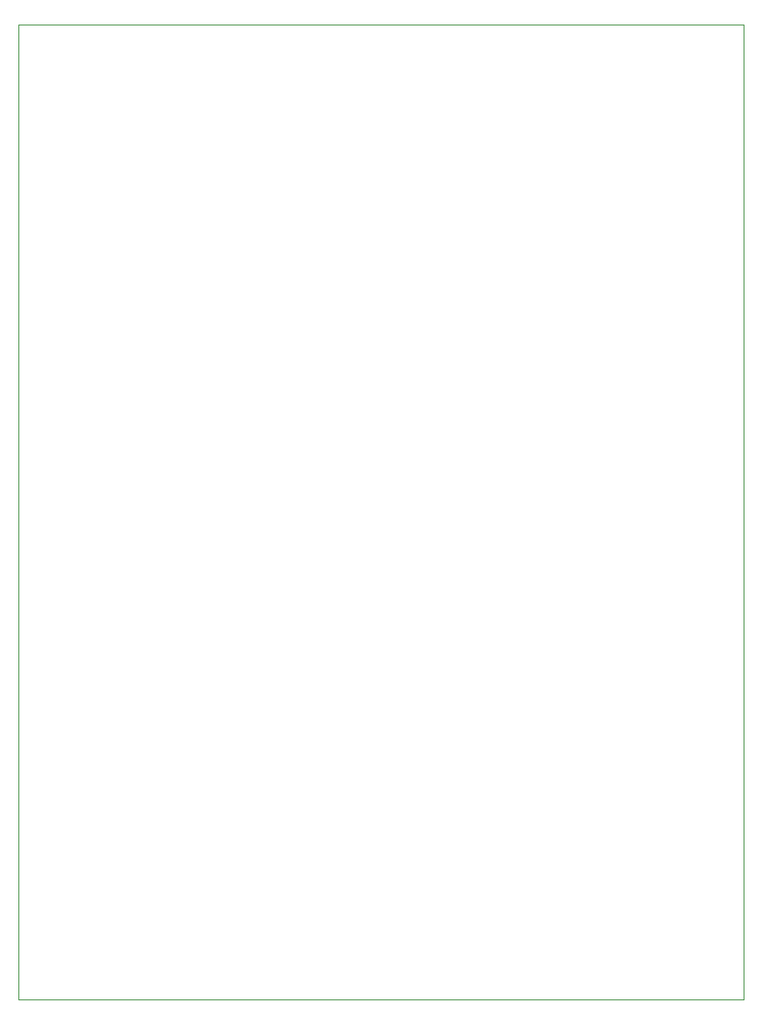
<source format=gbr>
%TF.GenerationSoftware,KiCad,Pcbnew,8.0.3*%
%TF.CreationDate,2024-11-15T02:09:21-08:00*%
%TF.ProjectId,Power_Management,506f7765-725f-44d6-916e-6167656d656e,rev?*%
%TF.SameCoordinates,Original*%
%TF.FileFunction,Profile,NP*%
%FSLAX46Y46*%
G04 Gerber Fmt 4.6, Leading zero omitted, Abs format (unit mm)*
G04 Created by KiCad (PCBNEW 8.0.3) date 2024-11-15 02:09:21*
%MOMM*%
%LPD*%
G01*
G04 APERTURE LIST*
%TA.AperFunction,Profile*%
%ADD10C,0.100000*%
%TD*%
G04 APERTURE END LIST*
D10*
X150825200Y-90261600D02*
X220825200Y-90261600D01*
X220825200Y-184261600D01*
X150825200Y-184261600D01*
X150825200Y-90261600D01*
M02*

</source>
